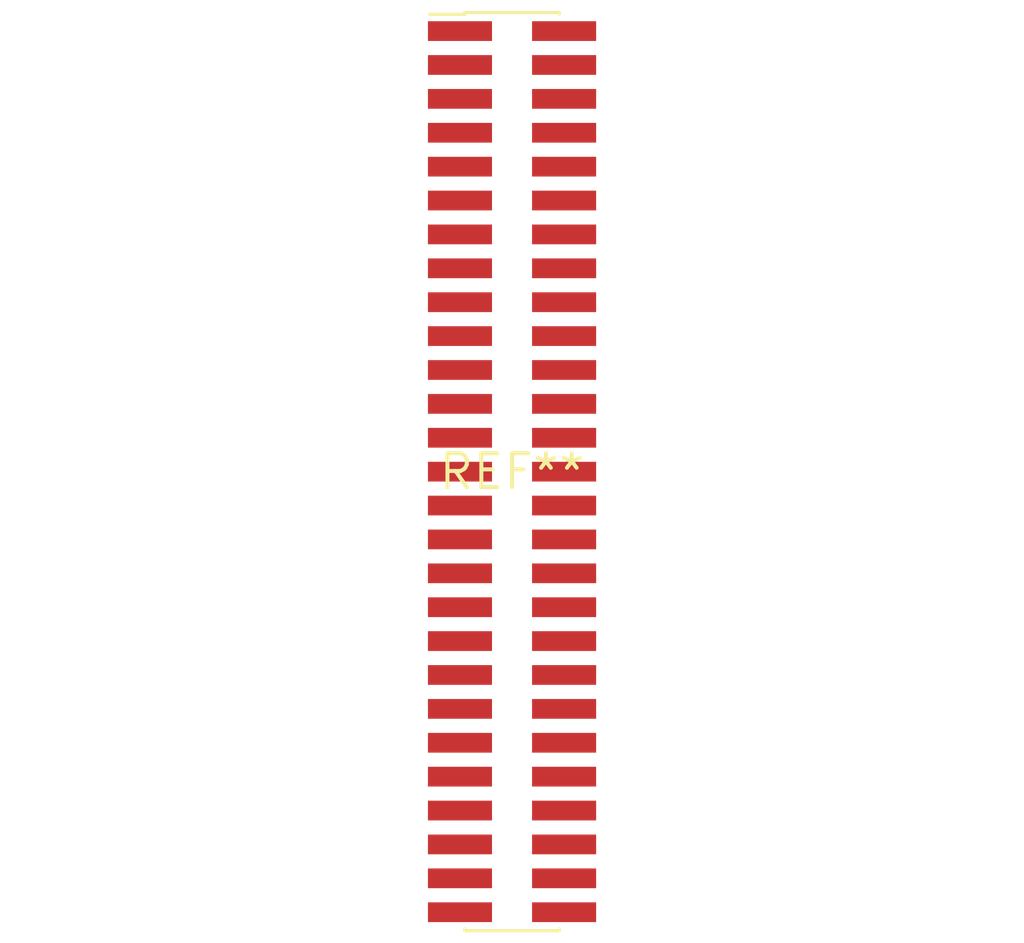
<source format=kicad_pcb>
(kicad_pcb (version 20240108) (generator pcbnew)
  (layers (0 "F.Cu" signal) (31 "B.Cu" signal) (34 "B.Paste" user) (35 "F.Paste" user) (36 "B.SilkS" user "B.Silkscreen") (37 "F.SilkS" user "F.Silkscreen") (38 "B.Mask" user) (39 "F.Mask" user) (44 "Edge.Cuts" user))
  (net 0 "")
  (footprint "PinHeader_2x27_P1.27mm_Vertical_SMD" (layer "F.Cu") (at 0 0)
    (property "Reference" "REF**")
    (property "Value" "PinHeader_2x27_P1.27mm_Vertical_SMD")
    (fp_line (start -3.09 -17.14) (end -1.765 -17.14) (layer "F.SilkS") (stroke (width 0.12)))
    (fp_line (start -1.765 -17.205) (end -1.765 -17.14) (layer "F.SilkS") (stroke (width 0.12)))
    (fp_line (start -1.765 -17.205) (end 1.765 -17.205) (layer "F.SilkS") (stroke (width 0.12)))
    (fp_line (start -1.765 17.14) (end -1.765 17.205) (layer "F.SilkS") (stroke (width 0.12)))
    (fp_line (start -1.765 17.205) (end 1.765 17.205) (layer "F.SilkS") (stroke (width 0.12)))
    (fp_line (start 1.765 -17.205) (end 1.765 -17.14) (layer "F.SilkS") (stroke (width 0.12)))
    (fp_line (start 1.765 17.14) (end 1.765 17.205) (layer "F.SilkS") (stroke (width 0.12)))
    (pad "1" smd rect (at -1.95 -16.51) (size 2.4 0.74) (layers "F.Cu" "F.Paste" "F.Mask"))
    (pad "2" smd rect (at 1.95 -16.51) (size 2.4 0.74) (layers "F.Cu" "F.Paste" "F.Mask"))
    (pad "3" smd rect (at -1.95 -15.24) (size 2.4 0.74) (layers "F.Cu" "F.Paste" "F.Mask"))
    (pad "4" smd rect (at 1.95 -15.24) (size 2.4 0.74) (layers "F.Cu" "F.Paste" "F.Mask"))
    (pad "5" smd rect (at -1.95 -13.97) (size 2.4 0.74) (layers "F.Cu" "F.Paste" "F.Mask"))
    (pad "6" smd rect (at 1.95 -13.97) (size 2.4 0.74) (layers "F.Cu" "F.Paste" "F.Mask"))
    (pad "7" smd rect (at -1.95 -12.7) (size 2.4 0.74) (layers "F.Cu" "F.Paste" "F.Mask"))
    (pad "8" smd rect (at 1.95 -12.7) (size 2.4 0.74) (layers "F.Cu" "F.Paste" "F.Mask"))
    (pad "9" smd rect (at -1.95 -11.43) (size 2.4 0.74) (layers "F.Cu" "F.Paste" "F.Mask"))
    (pad "10" smd rect (at 1.95 -11.43) (size 2.4 0.74) (layers "F.Cu" "F.Paste" "F.Mask"))
    (pad "11" smd rect (at -1.95 -10.16) (size 2.4 0.74) (layers "F.Cu" "F.Paste" "F.Mask"))
    (pad "12" smd rect (at 1.95 -10.16) (size 2.4 0.74) (layers "F.Cu" "F.Paste" "F.Mask"))
    (pad "13" smd rect (at -1.95 -8.89) (size 2.4 0.74) (layers "F.Cu" "F.Paste" "F.Mask"))
    (pad "14" smd rect (at 1.95 -8.89) (size 2.4 0.74) (layers "F.Cu" "F.Paste" "F.Mask"))
    (pad "15" smd rect (at -1.95 -7.62) (size 2.4 0.74) (layers "F.Cu" "F.Paste" "F.Mask"))
    (pad "16" smd rect (at 1.95 -7.62) (size 2.4 0.74) (layers "F.Cu" "F.Paste" "F.Mask"))
    (pad "17" smd rect (at -1.95 -6.35) (size 2.4 0.74) (layers "F.Cu" "F.Paste" "F.Mask"))
    (pad "18" smd rect (at 1.95 -6.35) (size 2.4 0.74) (layers "F.Cu" "F.Paste" "F.Mask"))
    (pad "19" smd rect (at -1.95 -5.08) (size 2.4 0.74) (layers "F.Cu" "F.Paste" "F.Mask"))
    (pad "20" smd rect (at 1.95 -5.08) (size 2.4 0.74) (layers "F.Cu" "F.Paste" "F.Mask"))
    (pad "21" smd rect (at -1.95 -3.81) (size 2.4 0.74) (layers "F.Cu" "F.Paste" "F.Mask"))
    (pad "22" smd rect (at 1.95 -3.81) (size 2.4 0.74) (layers "F.Cu" "F.Paste" "F.Mask"))
    (pad "23" smd rect (at -1.95 -2.54) (size 2.4 0.74) (layers "F.Cu" "F.Paste" "F.Mask"))
    (pad "24" smd rect (at 1.95 -2.54) (size 2.4 0.74) (layers "F.Cu" "F.Paste" "F.Mask"))
    (pad "25" smd rect (at -1.95 -1.27) (size 2.4 0.74) (layers "F.Cu" "F.Paste" "F.Mask"))
    (pad "26" smd rect (at 1.95 -1.27) (size 2.4 0.74) (layers "F.Cu" "F.Paste" "F.Mask"))
    (pad "27" smd rect (at -1.95 0) (size 2.4 0.74) (layers "F.Cu" "F.Paste" "F.Mask"))
    (pad "28" smd rect (at 1.95 0) (size 2.4 0.74) (layers "F.Cu" "F.Paste" "F.Mask"))
    (pad "29" smd rect (at -1.95 1.27) (size 2.4 0.74) (layers "F.Cu" "F.Paste" "F.Mask"))
    (pad "30" smd rect (at 1.95 1.27) (size 2.4 0.74) (layers "F.Cu" "F.Paste" "F.Mask"))
    (pad "31" smd rect (at -1.95 2.54) (size 2.4 0.74) (layers "F.Cu" "F.Paste" "F.Mask"))
    (pad "32" smd rect (at 1.95 2.54) (size 2.4 0.74) (layers "F.Cu" "F.Paste" "F.Mask"))
    (pad "33" smd rect (at -1.95 3.81) (size 2.4 0.74) (layers "F.Cu" "F.Paste" "F.Mask"))
    (pad "34" smd rect (at 1.95 3.81) (size 2.4 0.74) (layers "F.Cu" "F.Paste" "F.Mask"))
    (pad "35" smd rect (at -1.95 5.08) (size 2.4 0.74) (layers "F.Cu" "F.Paste" "F.Mask"))
    (pad "36" smd rect (at 1.95 5.08) (size 2.4 0.74) (layers "F.Cu" "F.Paste" "F.Mask"))
    (pad "37" smd rect (at -1.95 6.35) (size 2.4 0.74) (layers "F.Cu" "F.Paste" "F.Mask"))
    (pad "38" smd rect (at 1.95 6.35) (size 2.4 0.74) (layers "F.Cu" "F.Paste" "F.Mask"))
    (pad "39" smd rect (at -1.95 7.62) (size 2.4 0.74) (layers "F.Cu" "F.Paste" "F.Mask"))
    (pad "40" smd rect (at 1.95 7.62) (size 2.4 0.74) (layers "F.Cu" "F.Paste" "F.Mask"))
    (pad "41" smd rect (at -1.95 8.89) (size 2.4 0.74) (layers "F.Cu" "F.Paste" "F.Mask"))
    (pad "42" smd rect (at 1.95 8.89) (size 2.4 0.74) (layers "F.Cu" "F.Paste" "F.Mask"))
    (pad "43" smd rect (at -1.95 10.16) (size 2.4 0.74) (layers "F.Cu" "F.Paste" "F.Mask"))
    (pad "44" smd rect (at 1.95 10.16) (size 2.4 0.74) (layers "F.Cu" "F.Paste" "F.Mask"))
    (pad "45" smd rect (at -1.95 11.43) (size 2.4 0.74) (layers "F.Cu" "F.Paste" "F.Mask"))
    (pad "46" smd rect (at 1.95 11.43) (size 2.4 0.74) (layers "F.Cu" "F.Paste" "F.Mask"))
    (pad "47" smd rect (at -1.95 12.7) (size 2.4 0.74) (layers "F.Cu" "F.Paste" "F.Mask"))
    (pad "48" smd rect (at 1.95 12.7) (size 2.4 0.74) (layers "F.Cu" "F.Paste" "F.Mask"))
    (pad "49" smd rect (at -1.95 13.97) (size 2.4 0.74) (layers "F.Cu" "F.Paste" "F.Mask"))
    (pad "50" smd rect (at 1.95 13.97) (size 2.4 0.74) (layers "F.Cu" "F.Paste" "F.Mask"))
    (pad "51" smd rect (at -1.95 15.24) (size 2.4 0.74) (layers "F.Cu" "F.Paste" "F.Mask"))
    (pad "52" smd rect (at 1.95 15.24) (size 2.4 0.74) (layers "F.Cu" "F.Paste" "F.Mask"))
    (pad "53" smd rect (at -1.95 16.51) (size 2.4 0.74) (layers "F.Cu" "F.Paste" "F.Mask"))
    (pad "54" smd rect (at 1.95 16.51) (size 2.4 0.74) (layers "F.Cu" "F.Paste" "F.Mask"))
  )
)
</source>
